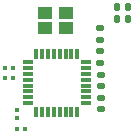
<source format=gtp>
G04 #@! TF.GenerationSoftware,KiCad,Pcbnew,8.0.9-8.0.9-0~ubuntu22.04.1*
G04 #@! TF.CreationDate,2025-06-17T17:41:38-06:00*
G04 #@! TF.ProjectId,dongle,646f6e67-6c65-42e6-9b69-6361645f7063,rev?*
G04 #@! TF.SameCoordinates,Original*
G04 #@! TF.FileFunction,Paste,Top*
G04 #@! TF.FilePolarity,Positive*
%FSLAX46Y46*%
G04 Gerber Fmt 4.6, Leading zero omitted, Abs format (unit mm)*
G04 Created by KiCad (PCBNEW 8.0.9-8.0.9-0~ubuntu22.04.1) date 2025-06-17 17:41:38*
%MOMM*%
%LPD*%
G01*
G04 APERTURE LIST*
G04 Aperture macros list*
%AMRoundRect*
0 Rectangle with rounded corners*
0 $1 Rounding radius*
0 $2 $3 $4 $5 $6 $7 $8 $9 X,Y pos of 4 corners*
0 Add a 4 corners polygon primitive as box body*
4,1,4,$2,$3,$4,$5,$6,$7,$8,$9,$2,$3,0*
0 Add four circle primitives for the rounded corners*
1,1,$1+$1,$2,$3*
1,1,$1+$1,$4,$5*
1,1,$1+$1,$6,$7*
1,1,$1+$1,$8,$9*
0 Add four rect primitives between the rounded corners*
20,1,$1+$1,$2,$3,$4,$5,0*
20,1,$1+$1,$4,$5,$6,$7,0*
20,1,$1+$1,$6,$7,$8,$9,0*
20,1,$1+$1,$8,$9,$2,$3,0*%
G04 Aperture macros list end*
%ADD10RoundRect,0.147500X-0.147500X-0.172500X0.147500X-0.172500X0.147500X0.172500X-0.147500X0.172500X0*%
%ADD11R,0.850000X0.300000*%
%ADD12R,0.300000X0.850000*%
%ADD13RoundRect,0.079500X0.100500X-0.079500X0.100500X0.079500X-0.100500X0.079500X-0.100500X-0.079500X0*%
%ADD14RoundRect,0.140000X-0.170000X0.140000X-0.170000X-0.140000X0.170000X-0.140000X0.170000X0.140000X0*%
%ADD15RoundRect,0.079500X0.079500X0.100500X-0.079500X0.100500X-0.079500X-0.100500X0.079500X-0.100500X0*%
%ADD16RoundRect,0.147500X-0.172500X0.147500X-0.172500X-0.147500X0.172500X-0.147500X0.172500X0.147500X0*%
%ADD17RoundRect,0.079500X-0.079500X-0.100500X0.079500X-0.100500X0.079500X0.100500X-0.079500X0.100500X0*%
%ADD18R,1.200000X1.000000*%
%ADD19RoundRect,0.140000X0.140000X0.170000X-0.140000X0.170000X-0.140000X-0.170000X0.140000X-0.170000X0*%
%ADD20RoundRect,0.050000X-0.050000X0.050000X-0.050000X-0.050000X0.050000X-0.050000X0.050000X0.050000X0*%
G04 APERTURE END LIST*
D10*
X152065000Y-89800000D03*
X153035000Y-89800000D03*
D11*
X144550000Y-94475000D03*
X144550000Y-94975000D03*
X144550000Y-95475000D03*
X144550000Y-95975000D03*
X144550000Y-96475000D03*
X144550000Y-96975000D03*
X144550000Y-97475000D03*
X144550000Y-97975000D03*
D12*
X145250000Y-98675000D03*
X145750000Y-98675000D03*
X146250000Y-98675000D03*
X146750000Y-98675000D03*
X147250000Y-98675000D03*
X147750000Y-98675000D03*
X148250000Y-98675000D03*
X148750000Y-98675000D03*
D11*
X149450000Y-97975000D03*
X149450000Y-97475000D03*
X149450000Y-96975000D03*
X149450000Y-96475000D03*
X149450000Y-95975000D03*
X149450000Y-95475000D03*
X149450000Y-94975000D03*
X149450000Y-94475000D03*
D12*
X148750000Y-93775000D03*
X148250000Y-93775000D03*
X147750000Y-93775000D03*
X147250000Y-93775000D03*
X146750000Y-93775000D03*
X146250000Y-93775000D03*
X145750000Y-93775000D03*
X145250000Y-93775000D03*
D13*
X143675003Y-99219999D03*
X143674997Y-98530001D03*
D14*
X150700000Y-91625000D03*
X150700000Y-92584998D03*
D15*
X144345000Y-100124993D03*
X143655000Y-100125007D03*
D16*
X150750000Y-95540000D03*
X150750000Y-96510000D03*
D17*
X142630000Y-95000000D03*
X143320000Y-95000000D03*
D18*
X146050000Y-91599998D03*
X147750000Y-91599998D03*
X147750000Y-90299998D03*
X146050000Y-90299998D03*
D16*
X150725000Y-97515000D03*
X150725000Y-98485000D03*
D17*
X142630000Y-95800000D03*
X143320000Y-95800000D03*
D19*
X153030000Y-90825000D03*
X152070000Y-90825000D03*
D20*
X153080002Y-89600002D03*
D16*
X150700000Y-93565000D03*
X150700000Y-94535000D03*
M02*

</source>
